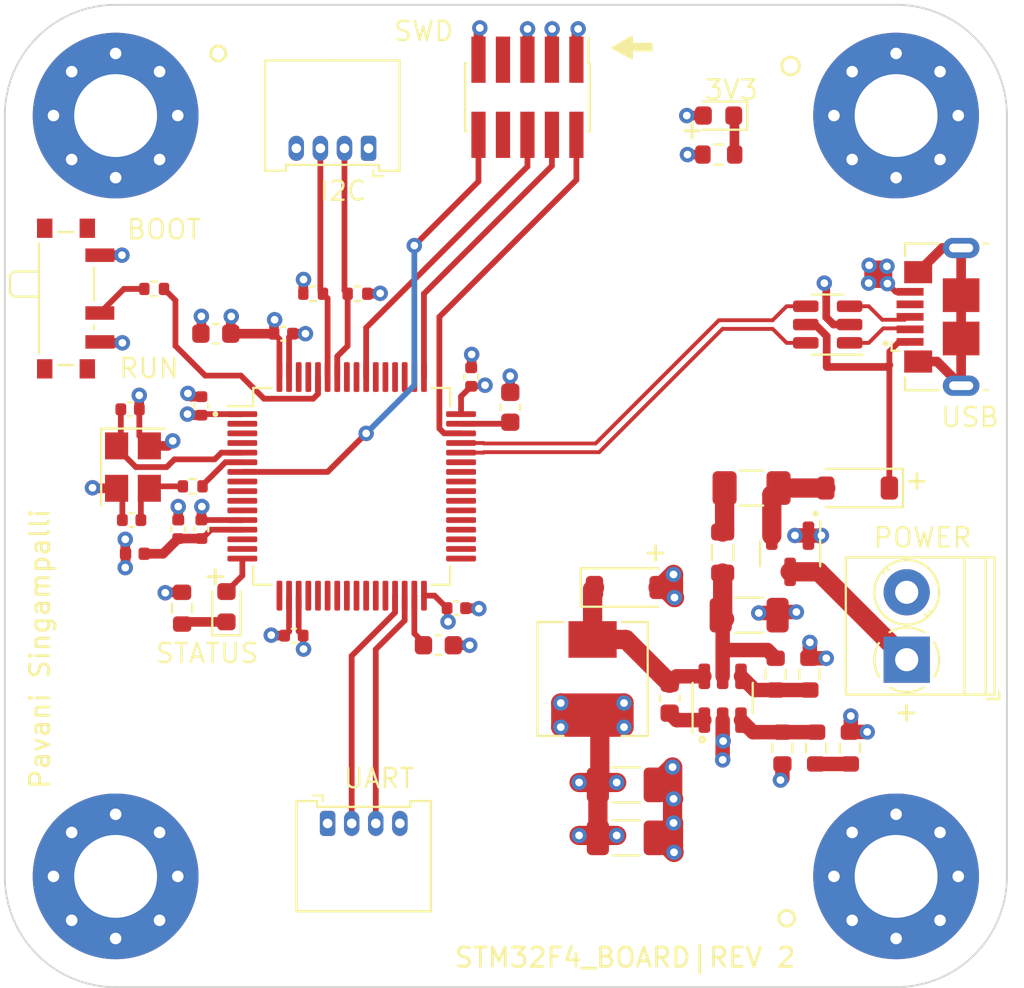
<source format=kicad_pcb>
(kicad_pcb (version 20221018) (generator pcbnew)
  (layers (0 "F.Cu" signal) (1 "In1.Cu" power) (2 "In2.Cu" power) (31 "B.Cu" signal) (34 "B.Paste" user) (35 "F.Paste" user) (36 "B.SilkS" user "B.Silkscreen") (37 "F.SilkS" user "F.Silkscreen") (38 "B.Mask" user) (39 "F.Mask" user) (44 "Edge.Cuts" user))
  (net 0 "")
  (net 1 "Net-(U1-VCAP_2)")
  (net 2 "GND")
  (net 3 "Net-(U1-VCAP_1)")
  (net 4 "+3.3V")
  (net 5 "+3.3VA")
  (net 6 "HSE_IN")
  (net 7 "Net-(C12-Pad1)")
  (net 8 "BUCK_IN")
  (net 9 "BUCK_BST")
  (net 10 "BUCK_SW")
  (net 11 "Net-(D1-K)")
  (net 12 "LED_STATUS")
  (net 13 "+5V")
  (net 14 "Net-(D3-A)")
  (net 15 "Net-(D4-K)")
  (net 16 "+12V")
  (net 17 "SWDIO")
  (net 18 "SWCLK")
  (net 19 "SWO")
  (net 22 "NRST")
  (net 23 "I2C1_SCL")
  (net 24 "I2C1_SDA")
  (net 25 "USART3_Tx")
  (net 26 "USART3_Rx")
  (net 27 "USB_CONN_D-")
  (net 28 "USB_CONN_D+")
  (net 30 "unconnected-(J5-Shield-Pad6)")
  (net 31 "Net-(SW1-B)")
  (net 32 "BOOTO")
  (net 33 "HSE_OUT")
  (net 34 "BUCK_EN")
  (net 35 "BUCK_FB")
  (net 36 "Net-(R7-Pad2)")
  (net 67 "USB_D-")
  (net 68 "USB_D+")
  (net 78 "Net-(F1-Pad2)")
  (footprint "Capacitor_SMD:C_0402_1005Metric" (layer "F.Cu") (at 190.2368 75.295)
    (fp_text reference "C11" hide)
    (fp_text value "12p" hide)
  )
  (footprint "Package_TO_SOT_SMD:SOT-23-6" (layer "F.Cu") (at 220.9868 90.295 90)
    (fp_text reference "U2" hide)
    (fp_text value "~" hide)
  )
  (footprint "Fuse:Fuse_1206_3216Metric" (layer "F.Cu") (at 222.4868 79.3825 180)
    (fp_text reference "F1" hide)
    (fp_text value "250mA" hide)
  )
  (footprint "Inductor_SMD:L_0402_1005Metric" (layer "F.Cu") (at 190.4868 82.795)
    (fp_text reference "L1" hide)
    (fp_text value "39n" hide)
  )
  (footprint "Connector_PinHeader_1.27mm:PinHeader_2x05_P1.27mm_Vertical_SMD" (layer "F.Cu") (at 210.8568 59.095 -90)
    (fp_text reference "J2" hide)
    (fp_text value "SWD" hide)
  )
  (footprint "Resistor_SMD:R_0402_1005Metric" (layer "F.Cu") (at 193.4868 79.295)
    (fp_text reference "R2" hide)
    (fp_text value "47" hide)
  )
  (footprint "Button_Switch_SMD:SW_SPDT_PCM12" (layer "F.Cu") (at 187.2368 69.545 -90)
    (fp_text reference "SW1" hide)
    (fp_text value "SW_SPDT" hide)
  )
  (footprint "LED_SMD:LED_0603_1608Metric" (layer "F.Cu") (at 220.7743 60.045 180)
    (fp_text reference "D4" hide)
    (fp_text value "Red" hide)
  )
  (footprint "Capacitor_SMD:C_1206_3216Metric" (layer "F.Cu") (at 215.9868 97.545)
    (fp_text reference "C16" hide)
    (fp_text value "10u" hide)
  )
  (footprint "Capacitor_SMD:C_0603_1608Metric" (layer "F.Cu") (at 206.2368 87.545)
    (fp_text reference "C2" hide)
    (fp_text value "2u2" hide)
  )
  (footprint "Connector_Molex:Molex_PicoBlade_53048-0410_1x04_P1.25mm_Horizontal" (layer "F.Cu") (at 202.6118 61.745 180)
    (fp_text reference "J3" hide)
    (fp_text value "Conn_01x04" hide)
  )
  (footprint "Resistor_SMD:R_0603_1608Metric" (layer "F.Cu") (at 225.4868 89.045 90)
    (fp_text reference "R5" hide)
    (fp_text value "68k" hide)
  )
  (footprint "Capacitor_SMD:C_0402_1005Metric" (layer "F.Cu") (at 207.9368 73.62 90)
    (fp_text reference "C7" hide)
    (fp_text value "100n" hide)
  )
  (footprint "Inductor_SMD:L_Sunlord_MWSA0518S" (layer "F.Cu") (at 214.2368 89.295 -90)
    (fp_text reference "L2" hide)
    (fp_text value "10u" hide)
  )
  (footprint "Capacitor_SMD:C_0402_1005Metric" (layer "F.Cu") (at 192.7368 81.525 90)
    (fp_text reference "C9" hide)
    (fp_text value "1u" hide)
  )
  (footprint "Capacitor_SMD:C_0402_1005Metric" (layer "F.Cu") (at 198.7368 87.045 180)
    (fp_text reference "C5" hide)
    (fp_text value "100n" hide)
  )
  (footprint "Resistor_SMD:R_0603_1608Metric" (layer "F.Cu") (at 223.7368 89.045 -90)
    (fp_text reference "R4" hide)
    (fp_text value "100k" hide)
  )
  (footprint "Capacitor_SMD:C_1206_3216Metric" (layer "F.Cu") (at 222.3618 85.9825)
    (fp_text reference "C13" hide)
    (fp_text value "10u" hide)
  )
  (footprint "Package_TO_SOT_SMD:SOT-23" (layer "F.Cu") (at 224.4868 82.795 -90)
    (fp_text reference "Q1" hide)
    (fp_text value "AO3401A" hide)
  )
  (footprint "Resistor_SMD:R_0402_1005Metric" (layer "F.Cu") (at 202.0368 69.295)
    (fp_text reference "R9" hide)
    (fp_text value "2k2" hide)
  )
  (footprint "Capacitor_SMD:C_0603_1608Metric" (layer "F.Cu") (at 209.9668 75.19 90)
    (fp_text reference "C1" hide)
    (fp_text value "2u2" hide)
  )
  (footprint "Package_QFP:LQFP-64_10x10mm_P0.5mm" (layer "F.Cu") (at 201.7368 79.295)
    (fp_text reference "U1" hide)
    (fp_text value "STM32F405RGT6" hide)
  )
  (footprint "MountingHole:MountingHole_4.3mm_M4_Pad_Via" (layer "F.Cu") (at 229.9868 99.545)
    (fp_text reference "H3" hide)
    (fp_text value "MountingHole_Pad" hide)
  )
  (footprint "MountingHole:MountingHole_4.3mm_M4_Pad_Via" (layer "F.Cu") (at 189.4868 99.545)
    (fp_text reference "H4" hide)
    (fp_text value "MountingHole_Pad" hide)
  )
  (footprint "Resistor_SMD:R_0603_1608Metric" (layer "F.Cu") (at 227.5868 92.8825 90)
    (fp_text reference "R8" hide)
    (fp_text value "270" hide)
  )
  (footprint "Capacitor_SMD:C_0402_1005Metric" (layer "F.Cu") (at 193.9368 75.12 90)
    (fp_text reference "C4" hide)
    (fp_text value "100n" hide)
  )
  (footprint "Resistor_SMD:R_0402_1005Metric" (layer "F.Cu") (at 199.7368 69.295 180)
    (fp_text reference "R10" hide)
    (fp_text value "2k2" hide)
  )
  (footprint "Crystal:Crystal_SMD_3225-4Pin_3.2x2.5mm" (layer "F.Cu") (at 190.3868 78.295 -90)
    (fp_text reference "Y1" hide)
    (fp_text value "16MHz" hide)
  )
  (footprint "MountingHole:MountingHole_4.3mm_M4_Pad_Via" (layer "F.Cu") (at 229.9868 60.045)
    (fp_text reference "H2" hide)
    (fp_text value "MountingHole_Pad" hide)
  )
  (footprint "Capacitor_SMD:C_0402_1005Metric" (layer "F.Cu") (at 207.1668 85.62)
    (fp_text reference "C6" hide)
    (fp_text value "100n" hide)
  )
  (footprint "Resistor_SMD:R_0603_1608Metric" (layer "F.Cu") (at 220.7868 62.07 180)
    (fp_text reference "R11" hide)
    (fp_text value "1k" hide)
  )
  (footprint "Capacitor_SMD:C_0402_1005Metric" (layer "F.Cu") (at 193.9368 81.525 90)
    (fp_text reference "C10" hide)
    (fp_text value "10n" hide)
  )
  (footprint "Connector_Molex:Molex_PicoBlade_53048-0410_1x04_P1.25mm_Horizontal" (layer "F.Cu") (at 200.4868 96.795)
    (fp_text reference "J4" hide)
    (fp_text value "Conn_01x04" hide)
  )
  (footprint "Inductor_SMD:L_0805_2012Metric" (layer "F.Cu") (at 220.9868 82.7325 -90)
    (fp_text reference "FB1" hide)
    (fp_text value "600 @ 600MHz" hide)
  )
  (footprint "Resistor_SMD:R_0603_1608Metric" (layer "F.Cu") (at 224.0868 92.8825 90)
    (fp_text reference "R6" hide)
    (fp_text value "47k" hide)
  )
  (footprint "Package_TO_SOT_SMD:SOT-23-6" (layer "F.Cu") (at 226.4368 70.895 180)
    (fp_text reference "U3" hide)
    (fp_text value "USBLC6-2SC6" hide)
  )
  (footprint "LED_SMD:LED_0603_1608Metric" (layer "F.Cu") (at 195.2368 85.545 90)
    (fp_text reference "D1" hide)
    (fp_text value "Blue" hide)
  )
  (footprint "Capacitor_SMD:C_0603_1608Metric" (layer "F.Cu") (at 218.2368 90.295 90)
    (fp_text reference "C14" hide)
    (fp_text value "10n" hide)
  )
  (footprint "Resistor_SMD:R_0603_1608Metric" (layer "F.Cu") (at 225.8368 92.8825 -90)
    (fp_text reference "R7" hide)
    (fp_text value "15k" hide)
  )
  (footprint "Resistor_SMD:R_0402_1005Metric" (layer "F.Cu") (at 191.4868 69.045)
    (fp_text reference "R1" hide)
    (fp_text value "10k" hide)
  )
  (footprint "Resistor_SMD:R_0603_1608Metric" (layer "F.Cu") (at 192.9368 85.62 -90)
    (fp_text reference "R3" hide)
    (fp_text value "1k5" hide)
  )
  (footprint "Capacitor_SMD:C_0402_1005Metric" (layer "F.Cu") (at 198.1868 71.37)
    (fp_text reference "C8" hide)
    (fp_text value "100n" hide)
  )
  (footprint "TerminalBlock_Phoenix:TerminalBlock_Phoenix_PT-1,5-2-3.5-H_1x02_P3.50mm_Horizontal" (layer "F.Cu") (at 230.5368 88.295 90)
    (fp_text reference "J1" hide)
    (fp_text value "Screw_Terminal_01x02" hide)
  )
  (footprint "Capacitor_SMD:C_1206_3216Metric" (layer "F.Cu") (at 215.9868 94.795 180)
    (fp_text reference "C15" hide)
    (fp_text value "10u" hide)
  )
  (footprint "MountingHole:MountingHole_4.3mm_M4_Pad_Via" (layer "F.Cu") (at 189.4868 60.045)
    (fp_text reference "H1" hide)
    (fp_text value "MountingHole_Pad" hide)
  )
  (footprint "Capacitor_SMD:C_0402_1005Metric" (layer "F.Cu") (at 190.3168 81.045 180)
    (fp_text reference "C12" hide)
    (fp_text value "12p" hide)
  )
  (footprint "Diode_SMD:D_SOD-123" (layer "F.Cu") (at 227.9868 79.3825 180)
    (fp_text reference "D3" hide)
    (fp_text value "B5819W" hide)
  )
  (footprint "Diode_SMD:D_SOD-123" (layer "F.Cu") (at 215.9868 84.545)
    (fp_text reference "D2" hide)
    (fp_text value "B5819W" hide)
  )
  (footprint "Connector_USB:USB_Micro-B_GCT_USB3076-30-A" (layer "F.Cu") (at 232.1618 70.495 90)
    (fp_text reference "J5" hide)
    (fp_text value "USB_B_Micro" hide)
  )
  (footprint "Capacitor_SMD:C_0603_1608Metric" (layer "F.Cu") (at 194.6868 71.37 180)
    (fp_text reference "C3" hide)
    (fp_text value "4u7" hide)
  )
  (gr_circle (center 224.3118 101.72) (end 224.6368 101.47) (stroke (width 0.15)) (fill none) (layer "F.SilkS"))
  (gr_circle (center 229.4368 71.87) (end 229.4368 71.87) (stroke (width 0.15)) (fill none) (layer "F.SilkS"))
  (gr_circle (center 224.5118 57.47) (end 224.6868 57.895) (stroke (width 0.15)) (fill none) (layer "F.SilkS"))
  (gr_circle (center 194.6618 75.545) (end 194.6618 75.545) (stroke (width 0.15)) (fill none) (layer "F.SilkS"))
  (gr_circle (center 225.8118 80.72) (end 225.8868 80.745) (stroke (width 0.15)) (fill none) (layer "F.SilkS"))
  (gr_circle (center 194.8118 56.82) (end 194.9868 57.17) (stroke (width 0.15)) (fill none) (layer "F.SilkS"))
  (gr_poly (pts (xy 215.2868 56.52) (xy 216.2618 57.045) (xy 216.2618 56.645) (xy 217.2868 56.645) (xy 217.2868 56.345) (xy 216.2618 56.345) (xy 216.2618 55.97) (xy 215.3368 56.52)) (stroke (width 0.15)) (fill solid) (layer "F.SilkS"))
  (gr_circle (center 219.9368 92.445) (end 219.9868 92.42) (stroke (width 0.15)) (fill none) (layer "F.SilkS"))
  (gr_line (start 235.7368 61.17) (end 235.7368 99.545) (stroke (width 0.1)) (layer "Edge.Cuts"))
  (gr_line (start 229.9868 105.295) (end 189.4868 105.295) (stroke (width 0.1)) (layer "Edge.Cuts"))
  (gr_arc (start 183.7368 60.045) (mid 185.510221 55.89177) (end 189.736564 54.300427) (stroke (width 0.1)) (layer "Edge.Cuts"))
  (gr_arc (start 235.7368 99.545) (mid 234.052664 103.610864) (end 229.9868 105.295) (stroke (width 0.1)) (layer "Edge.Cuts"))
  (gr_line (start 189.7368 54.295) (end 229.8618 54.295) (stroke (width 0.1)) (layer "Edge.Cuts"))
  (gr_line (start 183.7368 60.045) (end 183.7368 99.545) (stroke (width 0.1)) (layer "Edge.Cuts"))
  (gr_line (start 235.7368 61.17) (end 235.7368 60.045) (stroke (width 0.1)) (layer "Edge.Cuts"))
  (gr_arc (start 189.4868 105.295) (mid 185.420936 103.610864) (end 183.7368 99.545) (stroke (width 0.1)) (layer "Edge.Cuts"))
  (gr_arc (start 229.86183 54.296358) (mid 234.008238 55.93519) (end 235.7368 60.045) (stroke (width 0.1)) (layer "Edge.Cuts"))
  (gr_text "+" (at 230.3468 79.545) (layer "F.SilkS") (effects (font (size 1 1)) (justify left bottom)))
  (gr_text "UART" (at 201.2368 95.045) (layer "F.SilkS") (effects (font (size 1 1) (thickness 0.125)) (justify left bottom)))
  (gr_text "RUN\n" (at 189.59 73.75) (layer "F.SilkS") (effects (font (size 1 1) (thickness 0.125)) (justify left bottom)))
  (gr_text "USB\n" (at 232.2368 76.295) (layer "F.SilkS") (effects (font (size 1 1) (thickness 0.125)) (justify left bottom)))
  (gr_text "BOOT" (at 189.9868 66.545) (layer "F.SilkS") (effects (font (size 1 1) (thickness 0.125)) (justify left bottom)))
  (gr_text "STM32F4_BOARD|REV 2" (at 206.9868 104.345) (layer "F.SilkS") (effects (font (size 1 1)) (justify left bottom)))
  (gr_text "POWER" (at 228.7368 82.545) (layer "F.SilkS") (effects (font (size 1 1) (thickness 0.125)) (justify left bottom)))
  (gr_text "SWD" (at 203.84 56.25) (layer "F.SilkS") (effects (font (size 1 1) (thickness 0.125)) (justify left bottom)))
  (gr_text "+" (at 218.6868 61.345) (layer "F.SilkS") (effects (font (size 1 1)) (justify left bottom)))
  (gr_text "+" (at 193.9368 84.495) (layer "F.SilkS") (effects (font (size 1 1)) (justify left bottom)))
  (gr_text "Pavani Singampalli" (at 186.1418 95.09 90) (layer "F.SilkS") (effects (font (size 1 1)) (justify left bottom)))
  (gr_text "3V3" (at 219.9743 59.295) (layer "F.SilkS") (effects (font (size 1 1) (thickness 0.125)) (justify left bottom)))
  (gr_text "+" (at 229.8118 91.57) (layer "F.SilkS") (effects (font (size 1 1)) (justify left bottom)))
  (gr_text "STATUS" (at 191.4868 88.545) (layer "F.SilkS") (effects (font (size 1 1) (thickness 0.125)) (justify left bottom)))
  (gr_text "I2C" (at 199.9868 64.545) (layer "F.SilkS") (effects (font (size 1 1) (thickness 0.125)) (justify left bottom)))
  (gr_text "+" (at 216.7868 83.27) (layer "F.SilkS") (effects (font (size 1 1)) (justify left bottom)))
  (segment (start 209.8868 76.045) (end 209.9668 75.965) (width 0.3) (layer "F.Cu") (net 1))
  (segment (start 207.4118 76.045) (end 209.8868 76.045) (width 0.3) (layer "F.Cu") (net 1))
  (segment (start 189.5368 79.395) (end 188.3118 79.395) (width 0.5) (layer "F.Cu") (net 2))
  (segment (start 227.6368 91.22) (end 227.6368 92.0075) (width 0.75) (layer "F.Cu") (net 2))
  (segment (start 218.4368 96.77) (end 218.4368 98.27) (width 1) (layer "F.Cu") (net 2))
  (segment (start 229.5368 68.77) (end 229.9618 69.195) (width 0.3) (layer "F.Cu") (net 2))
  (segment (start 207.6468 85.62) (end 208.3118 85.62) (width 0.5) (layer "F.Cu") (net 2))
  (segment (start 229.9618 69.195) (end 230.7118 69.195) (width 0.3) (layer "F.Cu") (net 2))
  (segment (start 228.5868 68.72) (end 228.5618 68.745) (width 0.5) (layer "F.Cu") (net 2))
  (segment (start 225.4243 81.845) (end 225.4368 81.8575) (width 0.75) (layer "F.Cu") (net 2))
  (segment (start 226.1118 81.845) (end 226.1118 81.87) (width 0.75) (layer "F.Cu") (net 2))
  (segment (start 193.9368 80.37) (end 193.9618 80.345) (width 0.5) (layer "F.Cu") (net 2))
  (segment (start 192.0868 84.795) (end 192.0618 84.82) (width 0.5) (layer "F.Cu") (net 2))
  (segment (start 229.5368 68.77) (end 229.5368 67.895) (width 0.5) (layer "F.Cu") (net 2))
  (segment (start 217.9618 84.545) (end 218.4868 85.07) (width 1) (layer "F.Cu") (net 2))
  (segment (start 192.451161 76.935106) (end 192.191267 77.195) (width 0.5) (layer "F.Cu") (net 2))
  (segment (start 217.7618 84.545) (end 218.4368 83.87) (width 1) (layer "F.Cu") (net 2))
  (segment (start 218.3868 93.87) (end 218.3868 95.47) (width 1) (layer "F.Cu") (net 2))
  (segment (start 225.5118 87.395) (end 225.5118 88.195) (width 0.75) (layer "F.Cu") (net 2))
  (segment (start 190.7118 74.57) (end 190.7118 75.29) (width 0.5) (layer "F.Cu") (net 2))
  (segment (start 188.3118 79.395) (end 188.2868 79.37) (width 0.5) (layer "F.Cu") (net 2))
  (segment (start 198.4868 71.55) (end 198.4868 73.62) (width 0.3) (layer "F.Cu") (net 2))
  (segment (start 217.4618 97.545) (end 217.6618 97.545) (width 1) (layer "F.Cu") (net 2))
  (segment (start 219.9618 62.07) (end 219.1618 62.07) (width 0.5) (layer "F.Cu") (net 2))
  (segment (start 192.7368 81.045) (end 192.7368 80.345) (width 0.5) (layer "F.Cu") (net 2))
  (segment (start 220.9868 93.495) (end 220.9868 91.4325) (width 0.75) (layer "F.Cu") (net 2))
  (segment (start 226.3618 70.517183) (end 226.3618 68.845) (width 0.4) (layer "F.Cu") (net 2))
  (segment (start 228.5868 67.82) (end 228.5868 68.72) (width 0.5) (layer "F.Cu") (net 2))
  (segment (start 218.4368 85.02) (end 218.4868 85.07) (width 1) (layer "F.Cu") (net 2))
  (segment (start 193.4068 74.64) (end 193.2368 74.47) (width 0.5) (layer "F.Cu") (net 2))
  (segment (start 229.5368 67.895) (end 229.5118 67.87) (width 0.5) (layer "F.Cu") (net 2))
  (segment (start 192.191267 77.195) (end 191.2368 77.195) (width 0.5) (layer "F.Cu") (net 2))
  (segment (start 226.3618 70.517183) (end 226.739617 70.895) (width 0.4) (layer "F.Cu") (net 2))
  (segment (start 226.739617 70.895) (end 227.5743 70.895) (width 0.4) (layer "F.Cu") (net 2))
  (segment (start 218.3868 98.22) (end 218.4618 98.295) (width 1) (layer "F.Cu") (net 2))
  (segment (start 228.5618 68.745) (end 228.6368 68.745) (width 0.5) (layer "F.Cu") (net 2))
  (segment (start 207.9618 73.115) (end 207.9368 73.14) (width 0.5) (layer "F.Cu") (net 2))
  (segment (start 225.5118 88.195) (end 225.4868 88.22) (width 0.75) (layer "F.Cu") (net 2))
  (segment (start 196.0618 81.045) (end 193.9368 81.045) (width 0.3) (layer "F.Cu") (net 2))
  (segment (start 226.3618 88.22) (end 225.4868 88.22) (width 0.75) (layer "F.Cu") (net 2))
  (segment (start 224.7368 81.845) (end 225.4243 81.845) (width 0.75) (layer "F.Cu") (net 2))
  (segment (start 207.0118 87.545) (end 207.8618 87.545) (width 0.5) (layer "F.Cu") (net 2))
  (segment (start 218.4368 83.87) (end 218.4368 85.02) (width 1) (layer "F.Cu") (net 2))
  (segment (start 193.9368 81.045) (end 193.9368 80.37) (width 0.5) (layer "F.Cu") (net 2))
  (segment (start 199.3368 71.37) (end 198.6668 71.37) (width 0.5) (layer "F.Cu") (net 2))
  (segment (start 228.5868 67.82) (end 229.4618 67.82) (width 0.5) (layer "F.Cu") (net 2))
  (segment (start 217.4618 97.545) (end 217.7118 97.545) (width 1) (layer "F.Cu") (net 2))
  (segment (start 212.1268 55.555) (end 212.1368 55.545) (width 0.5) (layer "F.Cu") (net 2))
  (segment (start 218.3868 93.87) (end 218.3868 98.22) (width 1) (layer "F.Cu") (net 2))
  (segment (start 218.4368 98.27) (end 218.4618 98.295) (width 1) (layer "F.Cu") (net 2))
  (segment (start 207.9618 72.445) (end 207.9618 73.115) (width 0.5) (layer "F.Cu") (net 2))
  (segment (start 193.9368 70.47) (end 193.9368 71.345) (width 0.5) (layer "F.Cu") (net 2))
  (segment (start 229.4618 67.82) (end 229.5118 67.87) (width 0.5) (layer "F.Cu") (net 2))
  (segment (start 189.8368 81.045) (end 189.8368 79.695) (width 0.3) (layer "F.Cu") (net 2))
  (segment (start 218.3868 95.47) (end 218.4368 95.52) (width 1) (layer "F.Cu") (net 2))
  (segment (start 222.8618 85.87) (end 223.7243 85.87) (width 0.75) (layer "F.Cu") (net 2))
  (segment (start 197.5868 87.045) (end 197.5618 87.02) (width 0.5) (layer "F.Cu") (net 2))
  (segment (start 228.5868 67.82) (end 229.5368 68.77) (width 0.5) (layer "F.Cu") (net 2))
  (segment (start 227.5993 92.045) (end 227.5868 92.0575) (width 0.75) (layer "F.Cu") (net 2))
  (segment (start 208.3118 85.62) (end 208.3368 85.645) (width 0.5) (layer "F.Cu") (net 2))
  (segment (start 208.3168 57.145) (end 208.3168 55.565) (width 0.5) (layer "F.Cu") (net 2))
  (segment (start 208.3168 55.565) (end 208.3868 55.495) (width 0.5) (layer "F.Cu") (net 2))
  (segment (start 217.6368 84.545) (end 217.9618 84.545) (width 1) (layer "F.Cu") (net 2))
  (segment (start 229.5118 68.745) (end 229.5368 68.77) (width 0.5) (layer "F.Cu") (net 2))
  (segment (start 228.5618 68.745) (end 229.5118 68.745) (width 0.5) (layer "F.Cu") (net 2))
  (segment (start 192.9368 84.795) (end 192.0868 84.795) (width 0.5) (layer "F.Cu") (net 2))
  (segment (start 226.0493 81.8575) (end 225.4368 81.8575) (width 0.75) (layer "F.Cu") (net 2))
  (segment (start 189.8368 71.845) (end 188.7168 71.845) (width 0.5) (layer "F.Cu") (net 2))
  (segment (start 198.4868 86.815) (end 198.2568 87.045) (width 0.3) (layer "F.Cu") (net 2))
  (segment (start 189.8368 79.695) (end 189.5368 79.395) (width 0.3) (layer "F.Cu") (net 2))
  (segment (start 198.4868 84.97) (end 198.4868 86.815) (width 0.3) (layer "F.Cu") (net 2))
  (segment (start 193.9368 71.345) (end 193.9118 71.37) (width 0.5) (layer "F.Cu") (net 2))
  (segment (start 217.7118 97.545) (end 218.4618 98.295) (width 1) (layer "F.Cu") (net 2))
  (segment (start 190.7118 75.29) (end 190.7168 75.295) (width 0.5) (layer "F.Cu") (net 2))
  (segment (start 190.7168 76.675) (end 191.2368 77.195) (width 0.3) (layer "F.Cu") (net 2))
  (segment (start 198.7418 71.295) (end 198.4868 71.55) (width 0.3) (layer "F.Cu") (net 2))
  (segment (start 210.8568 55.55) (end 210.8618 55.545) (width 0.5) (layer "F.Cu") (net 2))
  (segment (start 223.9993 85.82) (end 223.8368 85.9825) (width 0.75) (layer "F.Cu") (net 2))
  (segment (start 223.7243 85.87) (end 223.8368 85.9825) (width 0.75) (layer "F.Cu") (net 2))
  (segment (start 224.8118 85.82) (end 223.9993 85.82) (width 0.75) (layer "F.Cu") (net 2))
  (segment (start 228.4868 92.045) (end 227.5993 92.045) (width 0.75) (layer "F.Cu") (net 2))
  (segment (start 226.0868 81.895) (end 226.0493 81.8575) (width 0.75) (layer "F.Cu") (net 2))
  (segment (start 226.1118 81.87) (end 226.0868 81.895) (width 0.75) (layer "F.Cu") (net 2))
  (segment (start 210.8568 57.145) (end 210.8568 55.55) (width 0.5) (layer "F.Cu") (net 2))
  (segment (start 209.9618 73.57) (end 209.9618 74.41) (width 0.5) (layer "F.Cu") (net 2))
  (segment (start 193.9368 74.64) (end 193.4068 74.64) (width 0.5) (layer "F.Cu") (net 2))
  (segment (start 226.3618 68.845) (end 226.2618 68.745) (width 0.4) (layer "F.Cu") (net 2))
  (segment (start 209.9618 74.41) (end 209.9668 74.415) (width 0.5) (layer "F.Cu") (net 2))
  (segment (start 217.7118 94.795) (end 218.4368 95.52) (width 1) (layer "F.Cu") (net 2))
  (segment (start 198.2568 87.045) (end 197.5868 87.045) (width 0.5) (layer "F.Cu") (net 2))
  (segment (start 217.6618 97.545) (end 218.4368 96.77) (width 1) (layer "F.Cu") (net 2))
  (segment (start 218.3868 93.87) (end 217.4618 94.795) (width 1) (layer "F.Cu") (net 2))
  (segment (start 190.7168 75.295) (end 190.7168 76.675) (width 0.3) (layer "F.Cu") (net 2))
  (segment (start 212.1268 57.145) (end 212.1268 55.555) (width 0.5) (layer "F.Cu") (net 2))
  (segment (start 228.6368 68.745) (end 229.5118 67.87) (width 0.5) (layer "F.Cu") (net 2))
  (segment (start 188.7168 71.845) (end 188.6668 71.795) (width 0.5) (layer "F.Cu") (net 2))
  (segment (start 198.4868 86.84) (end 198.4568 86.87) (width 0.3) (layer "F.Cu") (net 2))
  (via (at 192.0618 84.82) (size 0.8) (drill 0.4) (layers "F.Cu" "B.Cu") (net 2))
  (via (at 192.451161 76.935106) (size 0.8) (drill 0.4) (layers "F.Cu" "B.Cu") (net 2))
  (via (at 188.2868 79.37) (size 0.8) (drill 0.4) (layers "F.Cu" "B.Cu") (net 2))
  (via (at 229.5368 68.77) (size 0.8) (drill 0.4) (layers "F.Cu" "B.Cu") (net 2))
  (via (at 222.8618 85.87) (size 0.8) (drill 0.4) (layers "F.Cu" "B.Cu") (net 2))
  (via (at 228.4868 92.045) (size 0.8) (drill 0.4) (layers "F.Cu" "B.Cu") (net 2))
  (via (at 218.4368 95.52) (size 0.8) (drill 0.4) (layers "F.Cu" "B.Cu") (net 2))
  (via (at 221.0118 92.52) (size 0.8) (drill 0.4) (layers "F.Cu" "B.Cu") (net 2))
  (via (at 224.7368 81.845) (size 0.8) (drill 0.4) (layers "F.Cu" "B.Cu") (net 2))
  (via (at 193.9618 80.345) (size 0.8) (drill 0.4) (layers "F.Cu" "B.Cu") (net 2))
  (via (at 189.8368 71.845) (size 0.8) (drill 0.4) (layers "F.Cu" "B.Cu") (net 2))
  (via (at 219.1618 62.07) (size 0.8) (drill 0.4) (layers "F.Cu" "B.Cu") (net 2))
  (via (at 218.4868 85.07) (size 0.8) (drill 0.4) (layers "F.Cu" "B.Cu") (net 2))
  (via (at 228.5868 67.82) (size 0.8) (drill 0.4) (layers "F.Cu" "B.Cu") (net 2))
  (via (at 226.3618 88.22) (size 0.8) (drill 0.4) (layers "F.Cu" "B.Cu") (net 2))
  (via (at 227.6368 91.22) (size 0.8) (drill 0.4) (layers "F.Cu" "B.Cu") (net 2))
  (via (at 209.9618 73.57) (size 0.8) (drill 0.4) (layers "F.Cu" "B.Cu") (net 2))
  (via (at 218.4368 96.77) (size 0.8) (drill 0.4) (layers "F.Cu" "B.Cu") (net 2))
  (via (at 226.2618 68.745) (size 0.8) (drill 0.4) (layers "F.Cu" "B.Cu") (net 2))
  (via (at 218.4368 83.87) (size 0.8) (drill 0.4) (layers "F.Cu" "B.Cu") (net 2))
  (via (at 207.8618 87.545) (size 0.8) (drill 0.4) (layers "F.Cu" "B.Cu") (net 2))
  (via (at 199.3368 71.37) (size 0.8) (drill 0.4) (layers "F.Cu" "B.Cu") (net 2))
  (via (at 218.4618 98.295) (size 0.8) (drill 0.4) (layers "F.Cu" "B.Cu") (net 2))
  (via (at 228.5618 68.745) (size 0.8) (drill 0.4) (layers "F.Cu" "B.Cu") (net 2))
  (via (at 207.9618 72.445) (size 0.8) (drill 0.4) (layers "F.Cu" "B.Cu") (net 2))
  (via (at 220.9868 93.495) (size 0.8) (drill 0.4) (layers "F.Cu" "B.Cu") (net 2))
  (via (at 224.8118 85.82) (size 0.8) (drill 0.4) (layers "F.Cu" "B.Cu") (net 2))
  (via (at 193.9368 70.47) (size 0.8) (drill 0.4) (layers "F.Cu" "B.Cu") (net 2))
  (via (at 225.5118 87.395) (size 0.8) (drill 0.4) (layers "F.Cu" "B.Cu") (net 2))
  (via (at 208.3368 85.645) (size 0.8) (drill 0.4) (layers "F.Cu" "B.Cu") (net 2))
  (via (at 190.7118 74.57) (size 0.8) (drill 0.4) (layers "F.Cu" "B.Cu") (net 2))
  (via (at 192.7368 80.345) (size 0.8) (drill 0.4) (layers "F.Cu" "B.Cu") (net 2))
  (via (at 208.3868 55.495) (size 0.8) (drill 0.4) (layers "F.Cu" "B.Cu") (net 2))
  (via (at 210.8618 55.545) (size 0.8) (drill 0.4) (layers "F.Cu" "B.Cu") (net 2))
  (via (at 212.1368 55.545) (size 0.8) (drill 0.4) (layers "F.Cu" "B.Cu") (net 2))
  (via (at 193.2368 74.47) (size 0.8) (drill 0.4) (layers "F.Cu" "B.Cu") (net 2))
  (via (at 218.3868 93.87) (size 0.8) (drill 0.4) (layers "F.Cu" "B.Cu") (net 2))
  (via (at 229.5118 67.87) (size 0.8) (drill 0.4) (layers "F.Cu" "B.Cu") (net 2))
  (via (at 197.5618 87.02) (size 0.8) (drill 0.4) (layers "F.Cu" "B.Cu") (net 2))
  (via (at 226.1118 81.845) (size 0.8) (drill 0.4) (layers "F.Cu" "B.Cu") (net 2))
  (segment (start 205.3493 87.295) (end 205.4618 87.295) (width 0.3) (layer "F.Cu") (net 3))
  (segment (start 204.9868 86.9325) (end 205.3493 87.295) (width 0.3) (layer "F.Cu") (net 3))
  (segment (start 204.9868 84.97) (end 204.9868 86.9325) (width 0.3) (layer "F.Cu") (net 3))
  (segment (start 212.5868 90.545) (end 212.5868 91.795) (width 1) (layer "F.Cu") (net 4))
  (segment (start 207.4118 75.545) (end 207.4118 74.625) (width 0.3) (layer "F.Cu") (net 4))
  (segment (start 215.4168 91.345) (end 215.8668 91.795) (width 1) (layer "F.Cu") (net 4))
  (segment (start 214.6118 94.42) (end 214.6118 91.72) (width 1) (layer "F.Cu") (net 4))
  (segment (start 215.8668 90.545) (end 215.8668 91.795) (width 1) (layer "F.Cu") (net 4))
  (segment (start 193.2718 75.6) (end 193.2168 75.545) (width 0.5) (layer "F.Cu") (net 4))
  (segment (start 224.0868 93.7075) (end 224.0868 94.445) (width 0.75) (layer "F.Cu") (net 4))
  (segment (start 214.2368 91.345) (end 213.0368 91.345) (width 1) (layer "F.Cu") (net 4))
  (segment (start 207.9368 74.1) (end 208.6018 74.1) (width 0.3) (layer "F.Cu") (net 4))
  (segment (start 189.9868 82.045) (end 189.9868 82.78) (width 0.5) (layer "F.Cu") (net 4))
  (segment (start 213.3868 91.345) (end 212.5868 90.545) (width 1) (layer "F.Cu") (net 4))
  (segment (start 213.0368 91.345) (end 212.5868 91.795) (width 1) (layer "F.Cu") (net 4))
  (segment (start 208.6018 74.1) (end 208.6568 74.045) (width 0.3) (layer "F.Cu") (net 4))
  (segment (start 190.0018 82.795) (end 190.0018 83.5) (width 0.5) (layer "F.Cu") (net 4))
  (segment (start 199.2168 87.045) (end 199.2168 87.725) (width 0.3) (layer "F.Cu") (net 4))
  (segment (start 215.4868 97.42) (end 213.5368 97.42) (width 1) (layer "F.Cu") (net 4))
  (segment (start 197.9868 71.65) (end 197.7368 71.4) (width 0.3) (layer "F.Cu") (net 4))
  (segment (start 214.6118 91.72) (end 214.2368 91.345) (width 1) (layer "F.Cu") (net 4))
  (segment (start 203.19332 69.295) (end 203.21506 69.27326) (width 0.5) (layer "F.Cu") (net 4))
  (segment (start 195.4618 70.5) (end 195.4868 70.475) (width 0.5) (layer "F.Cu") (net 4))
  (segment (start 212.5868 90.545) (end 215.8668 90.545) (width 1) (layer "F.Cu") (net 4))
  (segment (start 197.9868 73.62) (end 197.9868 71.65) (width 0.3) (layer "F.Cu") (net 4))
  (segment (start 197.7368 71.295) (end 197.6318 71.295) (width 0.3) (layer "F.Cu") (net 4))
  (segment (start 197.7368 71.4) (end 197.7368 71.295) (width 0.3) (layer "F.Cu") (net 4))
  (segment (start 190.0018 83.5) (end 189.9868 83.515) (width 0.5) (layer "F.Cu") (net 4))
  (segment (start 199.2268 68.565) (end 199.2368 68.555) (width 0.5) (layer "F.Cu") (net 4))
  (segment (start 212.5868 91.795) (end 215.8668 91.795) (width 1) (layer "F.Cu") (net 4))
  (segment (start 214.2368 91.345) (end 213.3868 91.345) (width 1) (layer "F.Cu") (net 4))
  (segment (start 219.1243 60.045) (end 219.9868 60.045) (width 0.5) (layer "F.Cu") (net 4))
  (segment (start 195.4618 71.37) (end 195.4618 70.5) (width 0.5) (layer "F.Cu") (net 4))
  (segment (start 197.6318 71.295) (end 197.7068 71.37) (width 0.3) (layer "F.Cu") (net 4))
  (segment (start 197.7068 70.675) (end 197.7368 70.645) (width 0.5) (layer "F.Cu") (net 4))
  (segment (start 213.3968 55.635) (end 213.4868 55.545) (width 0.5) (layer "F.Cu") (net 4))
  (segment (start 215.4868 94.67) (end 213.5368 94.67) (width 1) (layer "F.Cu") (net 4))
  (segment (start 197.7068 71.37) (end 195.4618 71.37) (width 0.5) (layer "F.Cu") (net 4))
  (segment (start 206.0368 84.97) (end 206.6868 85.62) (width 0.3) (layer "F.Cu") (net 4))
  (segment (start 202.5468 69.295) (end 203.19332 69.295) (width 0.5) (layer "F.Cu") (net 4))
  (segment (start 198.9868 86.815) (end 199.2168 87.045) (width 0.3) (layer "F.Cu") (net 4))
  (segment (start 214.5118 94.795) (end 214.5118 97.545) (width 1) (layer "F.Cu") (net 4))
  (segment (start 206.6868 85.62) (end 206.6868 86.275) (width 0.3) (layer "F.Cu") (net 4))
  (segment (start 206.6868 86.275) (end 206.7368 86.325) (width 0.3) (layer "F.Cu") (net 4))
  (segment (start 215.0668 91.345) (end 215.8668 90.545) (width 1) (layer "F.Cu") (net 4))
  (segment (start 214.2368 91.345) (end 215.0668 91.345) (width 1) (layer "F.Cu") (net 4))
  (segment (start 199.2168 87.725) (end 199.2368 87.745) (width 0.3) (layer "F.Cu") (net 4))
  (segment (start 205.4868 84.97) (end 206.0368 84.97) (width 0.3) (layer "F.Cu") (net 4))
  (segment (start 214.2368 91.345) (end 215.4168 91.345) (width 1) (layer "F.Cu") (net 4))
  (segment (start 224.0868 94.445) (end 223.9868 94.545) (width 0.75) (layer "F.Cu") (net 4))
  (segment (start 213.3968 57.145) (end 213.3968 55.635) (width 0.5) (layer "F.Cu") (net 4))
  (segment (start 199.2268 69.295) (end 199.2268 68.565) (width 0.5) (layer "F.Cu") (net 4))
  (segment (start 196.0618 75.545) (end 193.9918 75.545) (width 0.3) (layer "F.Cu") (net 4))
  (segment (start 188.6668 67.295) (end 189.8168 67.295) (width 0.5) (layer "F.Cu") (net 4))
  (segment (start 193.9368 75.6) (end 193.2718 75.6) (width 0.5) (layer "F.Cu") (net 4))
  (segment (start 189.9868 82.78) (end 190.0018 82.795) (width 0.5) (layer "F.Cu") (net 4))
  (segment (start 198.9868 84.97) (end 198.9868 86.815) (width 0.3) (layer "F.Cu") (net 4))
  (segment (start 207.4118 74.625) (end 207.9368 74.1) (width 0.3) (layer "F.Cu") (net 4))
  (segment (start 197.7068 71.37) (end 197.7068 70.675) (width 0.5) (layer "F.Cu") (net 4))
  (via (at 208.6568 74.045) (size 0.8) (drill 0.4) (layers "F.Cu" "B.Cu") (net 4))
  (via (at 199.2368 68.555) (size 0.8) (drill 0.4) (layers "F.Cu" "B.Cu") (net 4))
  (via (at 193.2168 75.545) (size 0.8) (drill 0.4) (layers "F.Cu" "B.Cu") (net 4))
  (via (at 213.5368 94.67) (size 0.8) (drill 0.4) (layers "F.Cu" "B.Cu") (net 4))
  (via (at 213.4868 55.545) (size 0.8) (drill 0.4) (layers "F.Cu" "B.Cu") (net 4))
  (via (at 219.1243 60.045) (size 0.8) (drill 0.4) (layers "F.Cu" "B.Cu") (net 4))
  (via (at 206.7368 86.325) (size 0.8) (drill 0.4) (layers "F.Cu" "B.Cu") (net 4))
  (via (at 189.8168 67.295) (size 0.8) (drill 0.4) (layers "F.Cu" "B.Cu") (net 4))
  (via (at 212.5868 90.545) (size 0.8) (drill 0.4) (layers "F.Cu" "B.Cu") (net 4))
  (via (at 215.8668 90.545) (size 0.8) (drill 0.4) (layers "F.Cu" "B.Cu") (net 4))
  (via (at 197.7368 70.645) (size 0.8) (drill 0.4) (layers "F.Cu" "B.Cu") (net 4))
  (via (at 189.9868 82.045) (size 0.8) (drill 0.4) (layers "F.Cu" "B.Cu") (net 4))
  (via (at 203.21506 69.27326) (size 0.8) (drill 0.4) (layers "F.Cu" "B.Cu") (net 4))
  (via (at 199.2368 87.745) (size 0.8) (drill 0.4) (layers "F.Cu" "B.Cu") (net 4))
  (via (at 213.5368 97.42) (size 0.8) (drill 0.4) (layers "F.Cu" "B.Cu") (net 4))
  (via (at 189.9868 83.515) (size 0.8) (drill 0.4) (layers "F.Cu" "B.Cu") (net 4))
  (via (at 223.9868 94.545) (size 0.8) (drill 0.4) (layers "F.Cu" "B.Cu") (net 4))
  (via (at 215.4868 97.42) (size 0.8) (drill 0.4) (layers "F.Cu" "B.Cu") (net 4))
  (via (at 195.4868 70.475) (size 0.8) (drill 0.4) (layers "F.Cu" "B.Cu") (net 4))
  (via (at 215.8668 91.795) (size 0.8) (drill 0.4) (layers "F.Cu" "B.Cu") (net 4))
  (via (at 215.4868 94.67) (size 0.8) (drill 0.4) (layers "F.Cu" "B.Cu") (net 4))
  (via (at 212.5868 91.795) (size 0.8) (drill 0.4) (layers "F.Cu" "B.Cu") (net 4))
  (segment (start 193.979765 82.005) (end 193.9368 82.005) (width 0.3) (layer "F.Cu") (net 5))
  (segment (start 191.9468 82.795) (end 192.7368 82.005) (width 0.5) (layer "F.Cu") (net 5))
  (segment (start 192.7368 82.005) (end 193.9368 82.005) (width 0.5) (layer "F.Cu") (net 5))
  (segment (start 196.0618 81.545) (end 194.439765 81.545) (width 0.3) (layer "F.Cu") (net 5))
  (segment (start 194.439765 81.545) (end 193.979765 82.005) (width 0.3) (layer "F.Cu") (net 5))
  (segment (start 190.9718 82.795) (end 191.9468 82.795) (width 0.5) (layer "F.Cu") (net 5))
  (segment (start 194.628653 77.895) (end 192.5368 77.895) (width 0.3) (layer "F.Cu") (net 6))
  (segment (start 192.1368 78.295) (end 190.5368 78.295) (width 0.3) (layer "F.Cu") (net 6))
  (segment (start 189.7568 76.975) (end 189.5368 77.195) (width 0.3) (layer "F.Cu") (net 6))
  (segment (start 189.7568 75.295) (end 189.7568 76.975) (width 0.3) (layer "F.Cu") (net 6))
  (segment (start 192.5368 77.895) (end 192.1368 78.295) (width 0.3) (layer "F.Cu") (net 6))
  (segment (start 196.0618 77.545) (end 194.978653 77.545) (width 0.3) (layer "F.Cu") (net 6))
  (segment (start 190.5368 78.295) (end 189.5368 77.295) (width 0.3) (layer "F.Cu") (net 6))
  (segment (start 194.978653 77.545) (end 194.628653 77.895) (width 0.3) (layer "F.Cu") (net 6))
  (segment (start 189.5368 77.295) (end 189.5368 77.195) (width 0.3) (layer "F.Cu") (net 6))
  (segment (start 191.3368 79.295) (end 191.2368 79.395) (width 0.3) (layer "F.Cu") (net 7))
  (segment (start 192.9768 79.295) (end 191.3368 79.295) (width 0.3) (layer "F.Cu") (net 7))
  (segment (start 190.7968 81.045) (end 190.7968 79.835) (width 0.3) (layer "F.Cu") (net 7))
  (segment (start 190.7968 79.835) (end 191.2368 79.395) (width 0.3) (layer "F.Cu") (net 7))
  (segment (start 220.9868 83.795) (end 220.9868 85.8825) (width 1) (layer "F.Cu") (net 8))
  (segment (start 220.9868 89.1575) (end 220.9868 87.795) (width 0.75) (layer "F.Cu") (net 8))
  (segment (start 223.3118 87.795) (end 220.9868 87.795) (width 0.75) (layer "F.Cu") (net 8))
  (segment (start 223.7368 88.22) (end 223.3118 87.795) (width 0.75) (layer "F.Cu") (net 8))
  (segment (start 220.9868 87.795) (end 220.9868 86.0825) (width 0.75) (layer "F.Cu") (net 8))
  (segment (start 220.9868 85.8825) (end 220.8868 85.9825) (width 1) (layer "F.Cu") (net 8))
  (segment (start 220.8868 85.9825) (end 221.0868 86.1825) (width 1) (layer "F.Cu") (net 8))
  (segment (start 220.9868 86.0825) (end 220.8868 85.9825) (width 0.75) (layer "F.Cu") (net 8))
  (segment (start 220.0368 91.4325) (end 218.5993 91.4325) (width 0.75) (layer "F.Cu") (net 9))
  (segment (start 218.5993 91.4325) (end 218.2368 91.07) (width 0.75) (layer "F.Cu") (net 9))
  (segment (start 218.5993 89.1575) (end 218.2368 89.52) (width 0.75) (layer "F.Cu") (net 10))
  (segment (start 214.2368 84.645) (end 214.3368 84.545) (width 1) (layer "F.Cu") (net 10))
  (segment (start 214.2368 87.245) (end 215.9618 87.245) (width 1) (layer "F.Cu") (net 10))
  (segment (start 215.9618 87.245) (end 218.2368 89.52) (width 1) (layer "F.Cu") (net 10))
  (segment (start 214.2368 87.245) (end 214.2368 84.645) (width 1) (layer "F.Cu") (net 10))
  (segment (start 220.0368 89.1575) (end 218.5993 89.1575) (width 0.75) (layer "F.Cu") (net 10))
  (segment (start 193.0493 86.3325) (end 192.9368 86.445) (width 0.5) (layer "F.Cu") (net 11))
  (segment (start 195.2368 86.3325) (end 193.0493 86.3325) (width 0.5) (layer "F.Cu") (net 11))
  (segment (start 196.0618 83.045) (end 196.0618 83.9325) (width 0.3) (layer "F.Cu") (net 12))
  (segment (start 196.0618 83.9325) (end 195.2368 84.7575) (width 0.3) (layer "F.Cu") (net 12))
  (segment (start 225.789617 70.895) (end 226.3868 71.492183) (width 0.4) (layer "F.Cu") (net 13))
  (segment (start 229.6368 72.995) (end 229.6368 72.295) (width 0.3) (layer "F.Cu") (net 13))
  (segment (start 229.5368 73.095) (end 229.6368 72.995) (width 0.4) (layer "F.Cu") (net 13))
  (segment (start 230.5368 71.845) (end 230.0868 71.845) (width 0.3) (layer "F.Cu") (net 13))
  (segment (start 230.0868 71.845) (end 229.6368 72.295) (width 0.3) (layer "F.Cu") (net 13))
  (segment (start 226.3868 73.095) (end 229.5368 73.095) (width 0.4) (layer "F.Cu") (net 13))
  (segment (start 226.3868 71.492183) (end 226.3868 73.095) (width 0.4) (layer "F.Cu") (net 13))
  (segment (start 225.2993 70.895) (end 225.789617 70.895) (width 0.4) (layer "F.Cu") (net 13))
  (segment (start 229.6368 73.295) (end 229.6368 72.995) (width 0.3) (layer "F.Cu") (net 13))
  (segment (start 229.6368 79.3825) (end 229.6368 73.295) (width 0.3) (layer "F.Cu") (net 13))
  (segment (start 223.5368 79.7325) (end 223.8868 79.3825) (width 1) (layer "F.Cu") (net 14))
  (segment (start 226.3368 79.3825) (end 223.8868 79.3825) (width 1) (layer "F.Cu") (net 14))
  (segment (start 223.5368 81.8575) (end 223.5368 79.7325) (width 1) (layer "F.Cu") (net 14))
  (segment (start 221.5993 60.0825) (end 221.5618 60.045) (width 0.5) (layer "F.Cu") (net 15))
  (segment (start 221.5993 62.045) (end 221.5993 60.0825) (width 0.5) (layer "F.Cu") (net 15))
  (segment (start 225.9743 83.7325) (end 230.5368 88.295) (width 1) (layer "F.Cu") (net 16))
  (segment (start 224.4868 83.7325) (end 225.9743 83.7325) (width 1) (layer "F.Cu") (net 16))
  (segment (start 213.3968 63.385) (end 213.3968 61.045) (width 0.3) (layer "F.Cu") (net 17))
  (segment (start 206.535759 76.545) (end 206.2868 76.296041) (width 0.3) (layer "F.Cu") (net 17))
  (segment (start 206.2868 70.495) (end 213.3968 63.385) (width 0.3) (layer "F.Cu") (net 17))
  (segment (start 207.4118 76.545) (end 206.535759 76.545) (width 0.3) (layer "F.Cu") (net 17))
  (segment (start 206.2868 76.296041) (end 206.2868 70.495) (width 0.3) (layer "F.Cu") (net 17))
  (segment (start 205.4868 69.295) (end 212.1268 62.655) (width 0.3) (layer "F.Cu") (net 18))
  (segment (start 212.1268 62.655) (end 212.1268 61.045) (width 0.3) (layer "F.Cu") (net 18))
  (segment (start 205.4868 73.62) (end 205.4868 69.295) (width 0.3) (layer "F.Cu") (net 18))
  (segment (start 202.4868 73.62) (end 202.4868 71.061474) (width 0.3) (layer "F.Cu") (net 19))
  (segment (start 210.8568 62.691474) (end 210.8568 61.045) (width 0.3) (layer "F.Cu") (net 19))
  (segment (start 202.4868 71.061474) (end 210.8568 62.691474) (width 0.3) (layer "F.Cu") (net 19))
  (segment (start 204.9868 66.795) (end 208.3168 63.465) (width 0.3) (layer "F.Cu") (net 22))
  (segment (start 200.4868 78.545) (end 202.4868 76.545) (width 0.3) (layer "F.Cu") (net 22))
  (segment (start 208.3168 63.465) (end 208.3168 61.045) (width 0.3) (layer "F.Cu") (net 22))
  (segment (start 196.0618 78.545) (end 200.4868 78.545) (width 0.3) (layer "F.Cu") (net 22))
  (via (at 202.4868 76.545) (size 0.8) (drill 0.4) (layers "F.Cu" "B.Cu") (net 22))
  (via (at 204.9868 66.795) (size 0.8) (drill 0.4) (layers "F.Cu" "B.Cu") (net 22))
  (segment (start 204.9868 74.045) (end 204.9868 66.795) (width 0.3) (layer "B.Cu") (net 22))
  (segment (start 202.4868 76.545) (end 204.9868 74.045) (width 0.3) (layer "B.Cu") (net 22))
  (segment (start 200.9868 72.545) (end 200.9868 73.62) (width 0.3) (layer "F.Cu") (net 23))
  (segment (start 201.3618 69.13) (end 201.5268 69.295) (width 0.3) (layer "F.Cu") (net 23))
  (segment (start 201.5268 72.005) (end 201.5268 69.295) (width 0.3) (layer "F.Cu") (net 23))
  (segment (start 201.3618 61.745) (end 201.3618 69.13) (width 0.3) (layer "F.Cu") (net 23))
  (segment (start 201.5268 72.005) (end 200.9868 72.545) (width 0.3) (layer "F.Cu") (net 23))
  (segment (start 200.4868 69.535) (end 200.2468 69.295) (width 0.3) (layer "F.Cu") (net 24))
  (segment (start 200.1118 69.16) (end 200.2468 69.295) (width 0.3) (layer "F.Cu") (net 24))
  (segment (start 200.4868 73.62) (end 200.4868 69.535) (width 0.3) (layer "F.Cu") (net 24))
  (segment (start 200.1118 61.745) (end 200.1118 69.16) (width 0.3) (layer "F.Cu") (net 24))
  (segment (start 203.9868 85.846041) (end 203.9868 84.97) (width 0.3) (layer "F.Cu") (net 25))
  (segment (start 201.7368 88.096041) (end 203.9868 85.846041) (width 0.3) (layer "F.Cu") (net 25))
  (segment (start 201.7368 96.795) (end 201.7368 88.096041) (width 0.3) (layer "F.Cu") (net 25))
  (segment (start 204.4868 86.256827) (end 202.9868 87.756827) (width 0.3) (layer "F.Cu") (net 26))
  (segment (start 204.4868 84.97) (end 204.4868 86.256827) (width 0.3) (layer "F.Cu") (net 26))
  (segment (start 202.9868 87.756827) (end 202.9868 96.795) (width 0.3) (layer "F.Cu") (net 26))
  (segment (start 228.568051 71.845) (end 227.5743 71.845) (width 0.2) (layer "F.Cu") (net 27))
  (segment (start 230.373197 71.095) (end 229.318051 71.095) (width 0.2) (layer "F.Cu") (net 27))
  (segment (start 229.318051 71.095) (end 228.568051 71.845) (width 0.2) (layer "F.Cu") (net 27))
  (segment (start 229.26807 70.645019) (end 230.436781 70.645019) (width 0.2) (layer "F.Cu") (net 28))
  (segment (start 230.436781 70.645019) (end 230.5368 70.545) (width 0.2) (layer "F.Cu") (net 28))
  (segment (start 227.5743 69.945) (end 228.568051 69.945) (width 0.2) (layer "F.Cu") (net 28))
  (segment (start 228.568051 69.945) (end 229.26807 70.645019) (width 0.2) (layer "F.Cu") (net 28))
  (segment (start 231.1318 72.815) (end 232.1068 72.815) (width 0.5) (layer "F.Cu") (net 30))
  (segment (start 233.3618 74.07) (end 233.3618 66.92) (width 0.5) (layer "F.Cu") (net 30))
  (segment (start 233.3618 66.92) (end 232.3868 66.92) (width 0.5) (layer "F.Cu") (net 30))
  (segment (start 232.1068 72.815) (end 233.3618 74.07) (width 0.5) (layer "F.Cu") (net 30))
  (segment (start 232.3868 66.92) (end 231.1318 68.175) (width 0.5) (layer "F.Cu") (net 30))
  (segment (start 190.9768 69.045) (end 189.9168 69.045) (width 0.3) (layer "F.Cu") (net 31))
  (segment (start 189.9168 69.045) (end 188.6668 70.295) (width 0.3) (layer "F.Cu") (net 31))
  (segment (start 197.1868 74.745) (end 199.737841 74.745) (width 0.3) (layer "F.Cu") (net 32))
  (segment (start 195.9868 73.545) (end 197.1868 74.745) (width 0.3) (layer "F.Cu") (net 32))
  (segment (start 199.737841 74.745) (end 199.9868 74.496041) (width 0.3) (layer "F.Cu") (net 32))
  (segment (start 192.59 72) (end 194.135 73.545) (width 0.3) (layer "F.Cu") (net 32))
  (segment (start 194.135 73.545) (end 195.9868 73.545) (width 0.3) (layer "F.Cu") (net 32))
  (segment (start 199.9868 74.496041) (end 199.9868 73.62) (width 0.3) (layer "F.Cu") (net 32))
  (segment (start 191.9968 69.045) (end 192.59 69.6382) (width 0.3) (layer "F.Cu") (net 32))
  (segment (start 192.59 69.6382) (end 192.59 72) (width 0.3) (layer "F.Cu") (net 32))
  (segment (start 193.9968 79.233959) (end 193.9968 79.295) (width 0.3) (layer "F.Cu") (net 33))
  (segment (start 196.0618 78.045) (end 195.185759 78.045) (width 0.3) (layer "F.Cu") (net 33))
  (segment (start 195.185759 78.045) (end 193.9968 79.233959) (width 0.3) (layer "F.Cu") (net 33))
  (segment (start 222.6493 89.87) (end 221.9368 89.1575) (width 0.75) (layer "F.Cu") (net 34))
  (segment (start 225.4868 89.87) (end 222.6493 89.87) (width 0.75) (layer "F.Cu") (net 34))
  (segment (start 225.8368 92.0575) (end 224.0868 92.0575) (width 0.75) (layer "F.Cu") (net 35))
  (segment (start 222.5618 92.0575) (end 221.9368 91.4325) (width 0.75) (layer "F.Cu") (net 35))
  (segment (start 224.0868 92.0575) (end 222.5618 92.0575) (width 0.75) (layer "F.Cu") (net 35))
  (segment (start 227.5868 93.7075) (end 225.8368 93.7075) (width 0.75) (layer "F.Cu") (net 36))
  (segment (start 207.4118 77.545) (end 208.574301 77.545) (width 0.2) (layer "F.Cu") (net 67))
  (segment (start 208.574301 77.545) (end 208.599301 77.52) (width 0.2) (layer "F.Cu") (net 67))
  (segment (start 214.58 77.52) (end 220.98 71.12) (width 0.2) (layer "F.Cu") (net 67))
  (segment (start 223.580549 71.12) (end 224.305549 71.845) (width 0.2) (layer "F.Cu") (net 67))
  (segment (start 220.98 71.12) (end 223.580549 71.12) (width 0.2) (layer "F.Cu") (net 67))
  (segment (start 224.305549 71.845) (end 225.2993 71.845) (width 0.2) (layer "F.Cu") (net 67))
  (segment (start 208.599301 77.52) (end 214.58 77.52) (width 0.2) (layer "F.Cu") (net 67))
  (segment (start 208.599301 77.07) (end 214.3936 77.07) (width 0.2) (layer "F.Cu") (net 68))
  (segment (start 220.7936 70.67) (end 223.580549 70.67) (width 0.2) (layer "F.Cu") (net 68))
  (segment (start 223.580549 70.67) (end 224.305549 69.945) (width 0.2) (layer "F.Cu") (net 68))
  (segment (start 208.574301 77.045) (end 208.599301 77.07) (width 0.2) (layer "F.Cu") (net 68))
  (segment (start 214.3936 77.07) (end 220.7936 70.67) (width 0.2) (layer "F.Cu") (net 68))
  (segment (start 224.305549 69.945) (end 225.2993 69.945) (width 0.2) (layer "F.Cu") (net 68))
  (segment (start 207.4118 77.045) (end 208.574301 77.045) (width 0.2) (layer "F.Cu") (net 68))
  (segment (start 221.0868 81.57) (end 220.9868 81.67) (width 1) (layer "F.Cu") (net 78))
  (segment (start 221.0868 79.3825) (end 221.0868 81.57) (width 1) (layer "F.Cu") (net 78))
)
</source>
